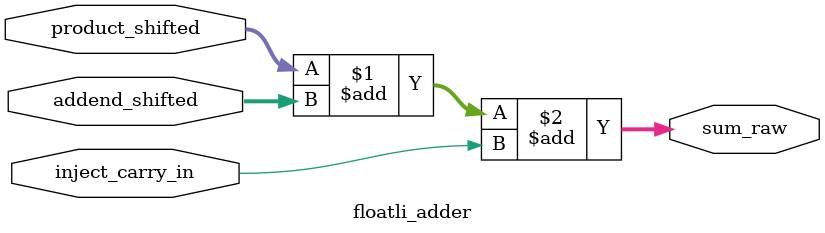
<source format=sv>


module floatli_adder #(
  parameter int unsigned PRECISION_BITS = 24
) (
  input  logic [(3*PRECISION_BITS+4)/3:0] product_shifted, //p+2
  input  logic [(3*PRECISION_BITS+4)/3:0] addend_shifted, //p+2
  input  logic                              inject_carry_in,

  output logic [(3*PRECISION_BITS+4)/3+1:0]   sum_raw       // discard carry as sum won't overflow
);

  //Mantissa adder (ab+c). In normal addition, it cannot overflow.
  assign sum_raw = product_shifted + addend_shifted + inject_carry_in; //p+3

endmodule

</source>
